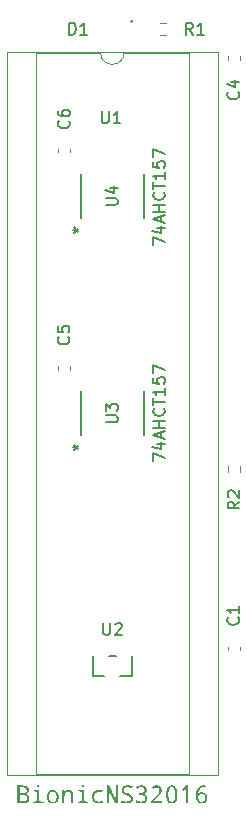
<source format=gbr>
G04 #@! TF.GenerationSoftware,KiCad,Pcbnew,9.0.6-9.0.6~ubuntu25.10.1*
G04 #@! TF.CreationDate,2025-12-24T18:24:09+09:00*
G04 #@! TF.ProjectId,bionic-ns32016,62696f6e-6963-42d6-9e73-33323031362e,2*
G04 #@! TF.SameCoordinates,Original*
G04 #@! TF.FileFunction,Legend,Top*
G04 #@! TF.FilePolarity,Positive*
%FSLAX46Y46*%
G04 Gerber Fmt 4.6, Leading zero omitted, Abs format (unit mm)*
G04 Created by KiCad (PCBNEW 9.0.6-9.0.6~ubuntu25.10.1) date 2025-12-24 18:24:09*
%MOMM*%
%LPD*%
G01*
G04 APERTURE LIST*
%ADD10C,0.150000*%
%ADD11C,0.152400*%
%ADD12C,0.120000*%
G04 APERTURE END LIST*
D10*
X117141819Y-90073428D02*
X117141819Y-89406762D01*
X117141819Y-89406762D02*
X118141819Y-89835333D01*
X117475152Y-88597238D02*
X118141819Y-88597238D01*
X117094200Y-88835333D02*
X117808485Y-89073428D01*
X117808485Y-89073428D02*
X117808485Y-88454381D01*
X117856104Y-88121047D02*
X117856104Y-87644857D01*
X118141819Y-88216285D02*
X117141819Y-87882952D01*
X117141819Y-87882952D02*
X118141819Y-87549619D01*
X118141819Y-87216285D02*
X117141819Y-87216285D01*
X117618009Y-87216285D02*
X117618009Y-86644857D01*
X118141819Y-86644857D02*
X117141819Y-86644857D01*
X118046580Y-85597238D02*
X118094200Y-85644857D01*
X118094200Y-85644857D02*
X118141819Y-85787714D01*
X118141819Y-85787714D02*
X118141819Y-85882952D01*
X118141819Y-85882952D02*
X118094200Y-86025809D01*
X118094200Y-86025809D02*
X117998961Y-86121047D01*
X117998961Y-86121047D02*
X117903723Y-86168666D01*
X117903723Y-86168666D02*
X117713247Y-86216285D01*
X117713247Y-86216285D02*
X117570390Y-86216285D01*
X117570390Y-86216285D02*
X117379914Y-86168666D01*
X117379914Y-86168666D02*
X117284676Y-86121047D01*
X117284676Y-86121047D02*
X117189438Y-86025809D01*
X117189438Y-86025809D02*
X117141819Y-85882952D01*
X117141819Y-85882952D02*
X117141819Y-85787714D01*
X117141819Y-85787714D02*
X117189438Y-85644857D01*
X117189438Y-85644857D02*
X117237057Y-85597238D01*
X117141819Y-85311523D02*
X117141819Y-84740095D01*
X118141819Y-85025809D02*
X117141819Y-85025809D01*
X118141819Y-83882952D02*
X118141819Y-84454380D01*
X118141819Y-84168666D02*
X117141819Y-84168666D01*
X117141819Y-84168666D02*
X117284676Y-84263904D01*
X117284676Y-84263904D02*
X117379914Y-84359142D01*
X117379914Y-84359142D02*
X117427533Y-84454380D01*
X117141819Y-82978190D02*
X117141819Y-83454380D01*
X117141819Y-83454380D02*
X117618009Y-83501999D01*
X117618009Y-83501999D02*
X117570390Y-83454380D01*
X117570390Y-83454380D02*
X117522771Y-83359142D01*
X117522771Y-83359142D02*
X117522771Y-83121047D01*
X117522771Y-83121047D02*
X117570390Y-83025809D01*
X117570390Y-83025809D02*
X117618009Y-82978190D01*
X117618009Y-82978190D02*
X117713247Y-82930571D01*
X117713247Y-82930571D02*
X117951342Y-82930571D01*
X117951342Y-82930571D02*
X118046580Y-82978190D01*
X118046580Y-82978190D02*
X118094200Y-83025809D01*
X118094200Y-83025809D02*
X118141819Y-83121047D01*
X118141819Y-83121047D02*
X118141819Y-83359142D01*
X118141819Y-83359142D02*
X118094200Y-83454380D01*
X118094200Y-83454380D02*
X118046580Y-83501999D01*
X117141819Y-82597237D02*
X117141819Y-81930571D01*
X117141819Y-81930571D02*
X118141819Y-82359142D01*
G36*
X106252544Y-135815457D02*
G01*
X106364956Y-135834466D01*
X106450348Y-135862597D01*
X106514131Y-135897948D01*
X106567796Y-135947479D01*
X106606862Y-136010040D01*
X106631725Y-136088479D01*
X106640710Y-136187009D01*
X106631363Y-136271161D01*
X106604504Y-136342904D01*
X106560202Y-136404996D01*
X106501731Y-136454433D01*
X106430141Y-136489661D01*
X106342490Y-136510417D01*
X106342490Y-136520675D01*
X106454751Y-136548784D01*
X106539204Y-136589258D01*
X106601537Y-136640606D01*
X106645589Y-136703217D01*
X106672934Y-136779317D01*
X106682659Y-136872660D01*
X106673804Y-136972821D01*
X106648662Y-137057779D01*
X106608233Y-137130416D01*
X106551958Y-137192770D01*
X106483860Y-137241834D01*
X106403500Y-137277992D01*
X106308522Y-137300873D01*
X106195944Y-137309000D01*
X105655923Y-137309000D01*
X105655923Y-137146059D01*
X105847532Y-137146059D01*
X106162147Y-137146059D01*
X106268212Y-137136623D01*
X106346783Y-137111330D01*
X106404375Y-137072864D01*
X106445356Y-137021184D01*
X106471319Y-136953543D01*
X106480792Y-136864966D01*
X106471492Y-136785042D01*
X106445711Y-136723095D01*
X106404251Y-136674812D01*
X106344728Y-136638129D01*
X106261988Y-136613619D01*
X106148775Y-136604389D01*
X105847532Y-136604389D01*
X105847532Y-137146059D01*
X105655923Y-137146059D01*
X105655923Y-136441449D01*
X105847532Y-136441449D01*
X106138608Y-136441449D01*
X106244351Y-136433885D01*
X106319524Y-136414152D01*
X106371707Y-136385395D01*
X106410679Y-136342617D01*
X106435677Y-136282721D01*
X106444980Y-136199740D01*
X106435272Y-136122208D01*
X106408830Y-136065528D01*
X106366578Y-136024343D01*
X106311338Y-135997316D01*
X106231206Y-135978544D01*
X106118092Y-135971312D01*
X105847532Y-135971312D01*
X105847532Y-136441449D01*
X105655923Y-136441449D01*
X105655923Y-135808371D01*
X106106826Y-135808371D01*
X106252544Y-135815457D01*
G37*
G36*
X107425096Y-135720444D02*
G01*
X107473789Y-135728164D01*
X107505925Y-135748934D01*
X107526053Y-135783356D01*
X107533723Y-135837131D01*
X107524959Y-135890834D01*
X107501391Y-135925791D01*
X107466265Y-135947610D01*
X107425096Y-135954917D01*
X107375952Y-135947125D01*
X107343519Y-135926160D01*
X107323204Y-135891414D01*
X107315462Y-135837131D01*
X107323171Y-135783450D01*
X107343434Y-135749022D01*
X107375861Y-135728197D01*
X107425096Y-135720444D01*
G37*
G36*
X107330757Y-136330074D02*
G01*
X107055160Y-136308733D01*
X107055160Y-136183528D01*
X107517328Y-136183528D01*
X107517328Y-137162454D01*
X107878014Y-137182970D01*
X107878014Y-137309000D01*
X106978315Y-137309000D01*
X106978315Y-137182970D01*
X107330757Y-137162454D01*
X107330757Y-136330074D01*
G37*
G36*
X108775192Y-136176277D02*
G01*
X108870763Y-136206147D01*
X108955880Y-136255195D01*
X109032336Y-136324853D01*
X109092917Y-136407833D01*
X109137182Y-136504095D01*
X109164960Y-136616141D01*
X109174760Y-136747180D01*
X109164939Y-136882802D01*
X109137297Y-136997135D01*
X109093620Y-137093797D01*
X109034351Y-137175643D01*
X108959109Y-137243704D01*
X108873259Y-137292164D01*
X108774695Y-137322017D01*
X108660385Y-137332447D01*
X108552820Y-137322132D01*
X108457816Y-137292256D01*
X108372801Y-137243080D01*
X108296036Y-137173078D01*
X108235339Y-137089790D01*
X108190924Y-136992879D01*
X108163012Y-136879773D01*
X108153153Y-136747180D01*
X108345769Y-136747180D01*
X108354403Y-136877261D01*
X108377592Y-136976317D01*
X108412311Y-137050785D01*
X108457141Y-137105793D01*
X108512453Y-137144774D01*
X108580359Y-137169071D01*
X108664415Y-137177750D01*
X108748139Y-137169085D01*
X108815801Y-137144823D01*
X108870938Y-137105883D01*
X108915648Y-137050903D01*
X108950290Y-136976437D01*
X108973434Y-136877345D01*
X108982053Y-136747180D01*
X108973441Y-136618648D01*
X108950292Y-136520660D01*
X108915592Y-136446879D01*
X108870708Y-136392274D01*
X108815223Y-136353502D01*
X108746982Y-136329296D01*
X108662400Y-136320640D01*
X108578813Y-136329252D01*
X108511307Y-136353355D01*
X108456345Y-136392008D01*
X108411820Y-136446529D01*
X108377352Y-136520303D01*
X108354337Y-136618397D01*
X108345769Y-136747180D01*
X108153153Y-136747180D01*
X108162871Y-136612482D01*
X108190217Y-136498945D01*
X108233414Y-136402976D01*
X108292006Y-136321739D01*
X108366471Y-136254305D01*
X108452084Y-136206143D01*
X108551047Y-136176374D01*
X108666521Y-136165943D01*
X108775192Y-136176277D01*
G37*
G36*
X110202962Y-137309000D02*
G01*
X110202962Y-136586346D01*
X110194926Y-136498643D01*
X110173314Y-136433369D01*
X110140260Y-136385213D01*
X110095536Y-136350699D01*
X110036607Y-136328698D01*
X109959055Y-136320640D01*
X109875190Y-136329032D01*
X109807751Y-136352444D01*
X109753160Y-136389790D01*
X109709213Y-136442128D01*
X109675382Y-136512509D01*
X109652885Y-136605616D01*
X109644531Y-136727396D01*
X109644531Y-137309000D01*
X109458051Y-137309000D01*
X109458051Y-136183528D01*
X109608719Y-136183528D01*
X109636379Y-136338043D01*
X109646637Y-136338043D01*
X109693414Y-136276877D01*
X109749571Y-136229730D01*
X109816326Y-136195326D01*
X109895798Y-136173647D01*
X109990837Y-136165943D01*
X110103001Y-136175451D01*
X110191122Y-136201533D01*
X110260244Y-136241986D01*
X110313950Y-136296727D01*
X110353969Y-136367794D01*
X110379937Y-136459075D01*
X110389441Y-136575905D01*
X110389441Y-137309000D01*
X110202962Y-137309000D01*
G37*
G36*
X111201579Y-135720444D02*
G01*
X111250272Y-135728164D01*
X111282407Y-135748934D01*
X111302536Y-135783356D01*
X111310206Y-135837131D01*
X111301442Y-135890834D01*
X111277874Y-135925791D01*
X111242748Y-135947610D01*
X111201579Y-135954917D01*
X111152435Y-135947125D01*
X111120002Y-135926160D01*
X111099687Y-135891414D01*
X111091944Y-135837131D01*
X111099654Y-135783450D01*
X111119917Y-135749022D01*
X111152344Y-135728197D01*
X111201579Y-135720444D01*
G37*
G36*
X111107240Y-136330074D02*
G01*
X110831643Y-136308733D01*
X110831643Y-136183528D01*
X111293811Y-136183528D01*
X111293811Y-137162454D01*
X111654497Y-137182970D01*
X111654497Y-137309000D01*
X110754798Y-137309000D01*
X110754798Y-137182970D01*
X111107240Y-137162454D01*
X111107240Y-136330074D01*
G37*
G36*
X112898945Y-136226393D02*
G01*
X112835380Y-136388326D01*
X112731319Y-136353863D01*
X112640434Y-136334814D01*
X112560790Y-136328883D01*
X112455804Y-136338324D01*
X112372653Y-136364370D01*
X112306713Y-136405156D01*
X112254834Y-136461024D01*
X112215720Y-136534462D01*
X112190110Y-136629795D01*
X112180687Y-136752767D01*
X112189901Y-136873939D01*
X112214926Y-136967783D01*
X112253104Y-137039979D01*
X112303666Y-137094813D01*
X112367829Y-137134781D01*
X112448625Y-137160273D01*
X112550532Y-137169506D01*
X112656714Y-137162681D01*
X112766055Y-137141800D01*
X112879436Y-137105942D01*
X112879436Y-137269890D01*
X112785837Y-137303337D01*
X112674532Y-137324782D01*
X112542289Y-137332447D01*
X112411475Y-137322056D01*
X112302167Y-137292847D01*
X112210463Y-137246577D01*
X112133427Y-137183337D01*
X112072394Y-137104913D01*
X112027177Y-137009874D01*
X111998323Y-136894809D01*
X111987980Y-136755331D01*
X111994872Y-136637618D01*
X112014279Y-136537257D01*
X112044759Y-136451678D01*
X112085536Y-136378699D01*
X112136541Y-136316610D01*
X112215072Y-136252806D01*
X112308746Y-136206038D01*
X112420603Y-136176471D01*
X112554654Y-136165943D01*
X112675103Y-136172792D01*
X112789564Y-136193012D01*
X112898945Y-136226393D01*
G37*
G36*
X114189554Y-137309000D02*
G01*
X113969186Y-137309000D01*
X113374943Y-136066567D01*
X113366700Y-136066567D01*
X113381311Y-136333309D01*
X113385202Y-136494755D01*
X113385202Y-137309000D01*
X113208889Y-137309000D01*
X113208889Y-135808371D01*
X113427150Y-135808371D01*
X114019470Y-137044668D01*
X114025606Y-137044668D01*
X114011227Y-136629852D01*
X114011227Y-135808371D01*
X114189554Y-135808371D01*
X114189554Y-137309000D01*
G37*
G36*
X114473853Y-137262654D02*
G01*
X114473853Y-137081304D01*
X114620002Y-137131100D01*
X114760994Y-137160048D01*
X114898103Y-137169506D01*
X115023473Y-137160207D01*
X115113825Y-137135741D01*
X115177564Y-137099716D01*
X115220948Y-137053309D01*
X115247366Y-136995051D01*
X115256774Y-136921111D01*
X115248200Y-136853453D01*
X115224079Y-136799863D01*
X115184508Y-136756980D01*
X115132124Y-136722959D01*
X115039916Y-136678322D01*
X114891966Y-136620601D01*
X114753219Y-136562435D01*
X114654043Y-136502538D01*
X114586052Y-136441632D01*
X114546383Y-136387198D01*
X114517593Y-136325035D01*
X114499652Y-136253704D01*
X114493362Y-136171347D01*
X114502053Y-136084718D01*
X114526910Y-136010849D01*
X114567446Y-135947105D01*
X114624978Y-135891811D01*
X114692595Y-135849753D01*
X114773562Y-135818219D01*
X114870417Y-135798015D01*
X114986213Y-135790786D01*
X115141033Y-135800058D01*
X115282519Y-135826990D01*
X115412478Y-135870745D01*
X115346899Y-136038723D01*
X115213153Y-135992989D01*
X115090782Y-135967104D01*
X114978062Y-135958856D01*
X114873752Y-135966778D01*
X114798320Y-135987667D01*
X114744848Y-136018550D01*
X114708243Y-136058543D01*
X114685833Y-136109025D01*
X114677826Y-136173362D01*
X114685701Y-136240205D01*
X114708115Y-136295402D01*
X114744963Y-136341615D01*
X114794463Y-136378369D01*
X114881758Y-136423376D01*
X115022117Y-136477994D01*
X115188637Y-136547016D01*
X115295445Y-136608944D01*
X115358714Y-136664198D01*
X115404800Y-136732456D01*
X115433228Y-136813529D01*
X115443253Y-136910853D01*
X115433848Y-137006621D01*
X115406967Y-137088358D01*
X115363207Y-137158919D01*
X115301287Y-137220156D01*
X115228396Y-137266536D01*
X115139207Y-137301601D01*
X115030429Y-137324271D01*
X114898103Y-137332447D01*
X114716924Y-137323285D01*
X114578277Y-137298794D01*
X114473853Y-137262654D01*
G37*
G36*
X116299355Y-136523148D02*
G01*
X116299355Y-136529285D01*
X116422753Y-136555752D01*
X116514829Y-136595943D01*
X116582237Y-136647861D01*
X116629575Y-136711652D01*
X116658869Y-136789594D01*
X116669291Y-136885757D01*
X116659823Y-136987463D01*
X116632838Y-137074113D01*
X116589167Y-137148658D01*
X116527874Y-137213104D01*
X116454804Y-137262415D01*
X116364782Y-137299650D01*
X116254285Y-137323741D01*
X116119012Y-137332447D01*
X115992468Y-137326554D01*
X115886051Y-137310127D01*
X115796910Y-137284733D01*
X115722514Y-137251480D01*
X115722514Y-137077274D01*
X115850938Y-137131149D01*
X115981256Y-137163008D01*
X116114982Y-137173628D01*
X116237879Y-137163373D01*
X116328015Y-137136073D01*
X116393180Y-137095044D01*
X116438829Y-137040746D01*
X116467359Y-136970710D01*
X116477682Y-136879987D01*
X116467611Y-136802549D01*
X116439231Y-136741280D01*
X116392378Y-136692207D01*
X116323142Y-136653909D01*
X116224529Y-136627800D01*
X116087230Y-136617853D01*
X115950942Y-136617853D01*
X115950942Y-136459034D01*
X116087230Y-136459034D01*
X116193925Y-136449315D01*
X116276881Y-136422696D01*
X116341303Y-136381274D01*
X116391207Y-136324206D01*
X116421105Y-136256757D01*
X116431521Y-136175652D01*
X116423338Y-136109272D01*
X116400104Y-136055185D01*
X116361820Y-136010513D01*
X116312168Y-135977641D01*
X116251037Y-135956998D01*
X116175340Y-135949605D01*
X116086754Y-135956977D01*
X115999176Y-135979254D01*
X115911530Y-136017250D01*
X115822898Y-136072520D01*
X115728651Y-135944476D01*
X115828417Y-135877239D01*
X115935063Y-135829576D01*
X116050071Y-135800666D01*
X116175340Y-135790786D01*
X116281373Y-135798021D01*
X116369728Y-135818248D01*
X116443398Y-135849921D01*
X116504793Y-135892452D01*
X116556367Y-135947262D01*
X116592895Y-136009607D01*
X116615313Y-136080993D01*
X116623129Y-136163653D01*
X116613348Y-136254988D01*
X116585253Y-136333140D01*
X116539048Y-136400966D01*
X116477436Y-136455365D01*
X116398821Y-136496300D01*
X116299355Y-136523148D01*
G37*
G36*
X117942407Y-137309000D02*
G01*
X117009002Y-137309000D01*
X117009002Y-137149173D01*
X117367581Y-136759178D01*
X117546996Y-136551926D01*
X117630906Y-136434213D01*
X117666127Y-136360701D01*
X117687287Y-136282492D01*
X117694470Y-136198275D01*
X117686612Y-136124125D01*
X117664629Y-136064566D01*
X117629349Y-136016375D01*
X117582191Y-135979987D01*
X117524637Y-135957563D01*
X117453677Y-135949605D01*
X117375351Y-135957577D01*
X117295830Y-135982081D01*
X117213709Y-136024897D01*
X117127796Y-136088915D01*
X117023290Y-135967007D01*
X117127205Y-135887929D01*
X117232919Y-135833564D01*
X117341808Y-135801506D01*
X117455692Y-135790786D01*
X117554630Y-135798319D01*
X117638194Y-135819570D01*
X117709063Y-135853289D01*
X117769300Y-135899321D01*
X117818713Y-135957050D01*
X117854245Y-136023643D01*
X117876313Y-136100838D01*
X117884063Y-136191039D01*
X117877652Y-136271031D01*
X117857908Y-136353951D01*
X117823613Y-136440808D01*
X117775212Y-136523454D01*
X117681926Y-136646910D01*
X117525393Y-136824666D01*
X117237430Y-137130763D01*
X117237430Y-137138915D01*
X117942407Y-137138915D01*
X117942407Y-137309000D01*
G37*
G36*
X118825703Y-135793305D02*
G01*
X118905946Y-135817327D01*
X118976134Y-135856359D01*
X119037934Y-135911188D01*
X119092149Y-135983952D01*
X119141160Y-136083687D01*
X119179282Y-136209014D01*
X119204424Y-136365171D01*
X119213599Y-136558136D01*
X119204920Y-136752262D01*
X119181230Y-136907894D01*
X119145526Y-137031298D01*
X119100013Y-137128005D01*
X119045959Y-137202677D01*
X118983584Y-137258909D01*
X118912022Y-137299001D01*
X118829399Y-137323767D01*
X118733021Y-137332447D01*
X118641714Y-137324110D01*
X118562466Y-137300181D01*
X118492946Y-137261231D01*
X118431534Y-137206406D01*
X118377464Y-137133511D01*
X118328714Y-137033781D01*
X118290761Y-136908291D01*
X118265711Y-136751752D01*
X118256564Y-136558136D01*
X118256584Y-136557678D01*
X118446066Y-136557678D01*
X118451732Y-136730171D01*
X118466786Y-136861334D01*
X118488639Y-136958828D01*
X118515217Y-137029464D01*
X118556378Y-137094478D01*
X118605362Y-137138322D01*
X118663287Y-137164512D01*
X118733021Y-137173628D01*
X118803757Y-137164461D01*
X118862582Y-137138130D01*
X118912381Y-137094097D01*
X118954305Y-137028914D01*
X118981534Y-136957975D01*
X119003872Y-136860405D01*
X119019236Y-136729491D01*
X119025013Y-136557678D01*
X119019248Y-136387011D01*
X119003902Y-136256729D01*
X118981567Y-136159410D01*
X118954305Y-136088457D01*
X118912381Y-136023274D01*
X118862582Y-135979241D01*
X118803757Y-135952910D01*
X118733021Y-135943743D01*
X118663255Y-135952839D01*
X118605322Y-135978963D01*
X118556351Y-136022673D01*
X118515217Y-136087449D01*
X118488639Y-136157827D01*
X118466787Y-136254984D01*
X118451733Y-136385717D01*
X118446066Y-136557678D01*
X118256584Y-136557678D01*
X118265195Y-136364007D01*
X118288749Y-136208443D01*
X118324233Y-136085164D01*
X118369439Y-135988624D01*
X118423090Y-135914146D01*
X118484946Y-135858112D01*
X118555852Y-135818196D01*
X118637654Y-135793557D01*
X118733021Y-135784924D01*
X118825703Y-135793305D01*
G37*
G36*
X120141417Y-137309000D02*
G01*
X119961074Y-137309000D01*
X119961074Y-136372114D01*
X119969317Y-136001629D01*
X119845303Y-136117766D01*
X119694636Y-136242147D01*
X119595259Y-136115751D01*
X119987727Y-135808371D01*
X120141417Y-135808371D01*
X120141417Y-137309000D01*
G37*
G36*
X121537952Y-135796176D02*
G01*
X121612369Y-135810295D01*
X121612369Y-135969114D01*
X121536344Y-135954816D01*
X121442285Y-135949605D01*
X121328946Y-135959584D01*
X121236205Y-135987483D01*
X121159989Y-136031666D01*
X121097444Y-136092487D01*
X121050795Y-136165433D01*
X121012990Y-136261424D01*
X120985773Y-136385909D01*
X120971965Y-136545313D01*
X120984238Y-136545313D01*
X121028230Y-136482310D01*
X121080370Y-136434499D01*
X121141529Y-136400107D01*
X121213505Y-136378673D01*
X121298853Y-136371107D01*
X121397472Y-136379478D01*
X121480753Y-136403170D01*
X121551544Y-136441068D01*
X121611911Y-136493473D01*
X121659840Y-136557541D01*
X121695028Y-136633010D01*
X121717238Y-136722084D01*
X121725118Y-136827597D01*
X121716501Y-136944557D01*
X121692233Y-137043170D01*
X121653844Y-137126583D01*
X121601653Y-137197258D01*
X121535639Y-137255698D01*
X121459814Y-137297512D01*
X121372241Y-137323382D01*
X121270185Y-137332447D01*
X121182623Y-137325221D01*
X121104743Y-137304334D01*
X121034808Y-137270257D01*
X120971512Y-137222493D01*
X120914079Y-137159614D01*
X120859315Y-137071058D01*
X120817853Y-136962832D01*
X120791034Y-136831008D01*
X120788599Y-136790686D01*
X120967843Y-136790686D01*
X120977458Y-136892001D01*
X121005236Y-136981028D01*
X121050824Y-137060238D01*
X121096677Y-137110836D01*
X121147350Y-137145632D01*
X121203883Y-137166471D01*
X121268078Y-137173628D01*
X121350545Y-137163038D01*
X121417088Y-137132997D01*
X121471502Y-137083319D01*
X121510304Y-137019046D01*
X121535511Y-136935313D01*
X121544775Y-136826681D01*
X121535946Y-136729745D01*
X121511861Y-136655074D01*
X121474525Y-136597703D01*
X121422785Y-136554246D01*
X121357401Y-136527313D01*
X121274215Y-136517653D01*
X121190762Y-136527220D01*
X121118896Y-136554870D01*
X121055954Y-136600817D01*
X121005905Y-136660592D01*
X120977327Y-136723205D01*
X120967843Y-136790686D01*
X120788599Y-136790686D01*
X120781364Y-136670885D01*
X120790260Y-136477666D01*
X120814914Y-136317541D01*
X120852748Y-136185649D01*
X120901897Y-136077688D01*
X120961307Y-135990006D01*
X121030805Y-135919743D01*
X121111115Y-135864981D01*
X121203808Y-135824865D01*
X121311188Y-135799669D01*
X121436148Y-135790786D01*
X121537952Y-135796176D01*
G37*
X117141819Y-108361428D02*
X117141819Y-107694762D01*
X117141819Y-107694762D02*
X118141819Y-108123333D01*
X117475152Y-106885238D02*
X118141819Y-106885238D01*
X117094200Y-107123333D02*
X117808485Y-107361428D01*
X117808485Y-107361428D02*
X117808485Y-106742381D01*
X117856104Y-106409047D02*
X117856104Y-105932857D01*
X118141819Y-106504285D02*
X117141819Y-106170952D01*
X117141819Y-106170952D02*
X118141819Y-105837619D01*
X118141819Y-105504285D02*
X117141819Y-105504285D01*
X117618009Y-105504285D02*
X117618009Y-104932857D01*
X118141819Y-104932857D02*
X117141819Y-104932857D01*
X118046580Y-103885238D02*
X118094200Y-103932857D01*
X118094200Y-103932857D02*
X118141819Y-104075714D01*
X118141819Y-104075714D02*
X118141819Y-104170952D01*
X118141819Y-104170952D02*
X118094200Y-104313809D01*
X118094200Y-104313809D02*
X117998961Y-104409047D01*
X117998961Y-104409047D02*
X117903723Y-104456666D01*
X117903723Y-104456666D02*
X117713247Y-104504285D01*
X117713247Y-104504285D02*
X117570390Y-104504285D01*
X117570390Y-104504285D02*
X117379914Y-104456666D01*
X117379914Y-104456666D02*
X117284676Y-104409047D01*
X117284676Y-104409047D02*
X117189438Y-104313809D01*
X117189438Y-104313809D02*
X117141819Y-104170952D01*
X117141819Y-104170952D02*
X117141819Y-104075714D01*
X117141819Y-104075714D02*
X117189438Y-103932857D01*
X117189438Y-103932857D02*
X117237057Y-103885238D01*
X117141819Y-103599523D02*
X117141819Y-103028095D01*
X118141819Y-103313809D02*
X117141819Y-103313809D01*
X118141819Y-102170952D02*
X118141819Y-102742380D01*
X118141819Y-102456666D02*
X117141819Y-102456666D01*
X117141819Y-102456666D02*
X117284676Y-102551904D01*
X117284676Y-102551904D02*
X117379914Y-102647142D01*
X117379914Y-102647142D02*
X117427533Y-102742380D01*
X117141819Y-101266190D02*
X117141819Y-101742380D01*
X117141819Y-101742380D02*
X117618009Y-101789999D01*
X117618009Y-101789999D02*
X117570390Y-101742380D01*
X117570390Y-101742380D02*
X117522771Y-101647142D01*
X117522771Y-101647142D02*
X117522771Y-101409047D01*
X117522771Y-101409047D02*
X117570390Y-101313809D01*
X117570390Y-101313809D02*
X117618009Y-101266190D01*
X117618009Y-101266190D02*
X117713247Y-101218571D01*
X117713247Y-101218571D02*
X117951342Y-101218571D01*
X117951342Y-101218571D02*
X118046580Y-101266190D01*
X118046580Y-101266190D02*
X118094200Y-101313809D01*
X118094200Y-101313809D02*
X118141819Y-101409047D01*
X118141819Y-101409047D02*
X118141819Y-101647142D01*
X118141819Y-101647142D02*
X118094200Y-101742380D01*
X118094200Y-101742380D02*
X118046580Y-101789999D01*
X117141819Y-100885237D02*
X117141819Y-100218571D01*
X117141819Y-100218571D02*
X118141819Y-100647142D01*
X113154819Y-105051904D02*
X113964342Y-105051904D01*
X113964342Y-105051904D02*
X114059580Y-105004285D01*
X114059580Y-105004285D02*
X114107200Y-104956666D01*
X114107200Y-104956666D02*
X114154819Y-104861428D01*
X114154819Y-104861428D02*
X114154819Y-104670952D01*
X114154819Y-104670952D02*
X114107200Y-104575714D01*
X114107200Y-104575714D02*
X114059580Y-104528095D01*
X114059580Y-104528095D02*
X113964342Y-104480476D01*
X113964342Y-104480476D02*
X113154819Y-104480476D01*
X113154819Y-104099523D02*
X113154819Y-103480476D01*
X113154819Y-103480476D02*
X113535771Y-103813809D01*
X113535771Y-103813809D02*
X113535771Y-103670952D01*
X113535771Y-103670952D02*
X113583390Y-103575714D01*
X113583390Y-103575714D02*
X113631009Y-103528095D01*
X113631009Y-103528095D02*
X113726247Y-103480476D01*
X113726247Y-103480476D02*
X113964342Y-103480476D01*
X113964342Y-103480476D02*
X114059580Y-103528095D01*
X114059580Y-103528095D02*
X114107200Y-103575714D01*
X114107200Y-103575714D02*
X114154819Y-103670952D01*
X114154819Y-103670952D02*
X114154819Y-103956666D01*
X114154819Y-103956666D02*
X114107200Y-104051904D01*
X114107200Y-104051904D02*
X114059580Y-104099523D01*
X110354819Y-107189999D02*
X110592914Y-107189999D01*
X110497676Y-107428094D02*
X110592914Y-107189999D01*
X110592914Y-107189999D02*
X110497676Y-106951904D01*
X110783390Y-107332856D02*
X110592914Y-107189999D01*
X110592914Y-107189999D02*
X110783390Y-107047142D01*
X113154819Y-86662304D02*
X113964342Y-86662304D01*
X113964342Y-86662304D02*
X114059580Y-86614685D01*
X114059580Y-86614685D02*
X114107200Y-86567066D01*
X114107200Y-86567066D02*
X114154819Y-86471828D01*
X114154819Y-86471828D02*
X114154819Y-86281352D01*
X114154819Y-86281352D02*
X114107200Y-86186114D01*
X114107200Y-86186114D02*
X114059580Y-86138495D01*
X114059580Y-86138495D02*
X113964342Y-86090876D01*
X113964342Y-86090876D02*
X113154819Y-86090876D01*
X113488152Y-85186114D02*
X114154819Y-85186114D01*
X113107200Y-85424209D02*
X113821485Y-85662304D01*
X113821485Y-85662304D02*
X113821485Y-85043257D01*
X110354819Y-88800399D02*
X110592914Y-88800399D01*
X110497676Y-89038494D02*
X110592914Y-88800399D01*
X110592914Y-88800399D02*
X110497676Y-88562304D01*
X110783390Y-88943256D02*
X110592914Y-88800399D01*
X110592914Y-88800399D02*
X110783390Y-88657542D01*
X110040905Y-72232819D02*
X110040905Y-71232819D01*
X110040905Y-71232819D02*
X110279000Y-71232819D01*
X110279000Y-71232819D02*
X110421857Y-71280438D01*
X110421857Y-71280438D02*
X110517095Y-71375676D01*
X110517095Y-71375676D02*
X110564714Y-71470914D01*
X110564714Y-71470914D02*
X110612333Y-71661390D01*
X110612333Y-71661390D02*
X110612333Y-71804247D01*
X110612333Y-71804247D02*
X110564714Y-71994723D01*
X110564714Y-71994723D02*
X110517095Y-72089961D01*
X110517095Y-72089961D02*
X110421857Y-72185200D01*
X110421857Y-72185200D02*
X110279000Y-72232819D01*
X110279000Y-72232819D02*
X110040905Y-72232819D01*
X111564714Y-72232819D02*
X110993286Y-72232819D01*
X111279000Y-72232819D02*
X111279000Y-71232819D01*
X111279000Y-71232819D02*
X111183762Y-71375676D01*
X111183762Y-71375676D02*
X111088524Y-71470914D01*
X111088524Y-71470914D02*
X110993286Y-71518533D01*
X124346580Y-121577366D02*
X124394200Y-121624985D01*
X124394200Y-121624985D02*
X124441819Y-121767842D01*
X124441819Y-121767842D02*
X124441819Y-121863080D01*
X124441819Y-121863080D02*
X124394200Y-122005937D01*
X124394200Y-122005937D02*
X124298961Y-122101175D01*
X124298961Y-122101175D02*
X124203723Y-122148794D01*
X124203723Y-122148794D02*
X124013247Y-122196413D01*
X124013247Y-122196413D02*
X123870390Y-122196413D01*
X123870390Y-122196413D02*
X123679914Y-122148794D01*
X123679914Y-122148794D02*
X123584676Y-122101175D01*
X123584676Y-122101175D02*
X123489438Y-122005937D01*
X123489438Y-122005937D02*
X123441819Y-121863080D01*
X123441819Y-121863080D02*
X123441819Y-121767842D01*
X123441819Y-121767842D02*
X123489438Y-121624985D01*
X123489438Y-121624985D02*
X123537057Y-121577366D01*
X124441819Y-120624985D02*
X124441819Y-121196413D01*
X124441819Y-120910699D02*
X123441819Y-120910699D01*
X123441819Y-120910699D02*
X123584676Y-121005937D01*
X123584676Y-121005937D02*
X123679914Y-121101175D01*
X123679914Y-121101175D02*
X123727533Y-121196413D01*
X124467219Y-111784566D02*
X123991028Y-112117899D01*
X124467219Y-112355994D02*
X123467219Y-112355994D01*
X123467219Y-112355994D02*
X123467219Y-111975042D01*
X123467219Y-111975042D02*
X123514838Y-111879804D01*
X123514838Y-111879804D02*
X123562457Y-111832185D01*
X123562457Y-111832185D02*
X123657695Y-111784566D01*
X123657695Y-111784566D02*
X123800552Y-111784566D01*
X123800552Y-111784566D02*
X123895790Y-111832185D01*
X123895790Y-111832185D02*
X123943409Y-111879804D01*
X123943409Y-111879804D02*
X123991028Y-111975042D01*
X123991028Y-111975042D02*
X123991028Y-112355994D01*
X123562457Y-111403613D02*
X123514838Y-111355994D01*
X123514838Y-111355994D02*
X123467219Y-111260756D01*
X123467219Y-111260756D02*
X123467219Y-111022661D01*
X123467219Y-111022661D02*
X123514838Y-110927423D01*
X123514838Y-110927423D02*
X123562457Y-110879804D01*
X123562457Y-110879804D02*
X123657695Y-110832185D01*
X123657695Y-110832185D02*
X123752933Y-110832185D01*
X123752933Y-110832185D02*
X123895790Y-110879804D01*
X123895790Y-110879804D02*
X124467219Y-111451232D01*
X124467219Y-111451232D02*
X124467219Y-110832185D01*
X112811095Y-78725819D02*
X112811095Y-79535342D01*
X112811095Y-79535342D02*
X112858714Y-79630580D01*
X112858714Y-79630580D02*
X112906333Y-79678200D01*
X112906333Y-79678200D02*
X113001571Y-79725819D01*
X113001571Y-79725819D02*
X113192047Y-79725819D01*
X113192047Y-79725819D02*
X113287285Y-79678200D01*
X113287285Y-79678200D02*
X113334904Y-79630580D01*
X113334904Y-79630580D02*
X113382523Y-79535342D01*
X113382523Y-79535342D02*
X113382523Y-78725819D01*
X114382523Y-79725819D02*
X113811095Y-79725819D01*
X114096809Y-79725819D02*
X114096809Y-78725819D01*
X114096809Y-78725819D02*
X114001571Y-78868676D01*
X114001571Y-78868676D02*
X113906333Y-78963914D01*
X113906333Y-78963914D02*
X113811095Y-79011533D01*
X109995580Y-79534666D02*
X110043200Y-79582285D01*
X110043200Y-79582285D02*
X110090819Y-79725142D01*
X110090819Y-79725142D02*
X110090819Y-79820380D01*
X110090819Y-79820380D02*
X110043200Y-79963237D01*
X110043200Y-79963237D02*
X109947961Y-80058475D01*
X109947961Y-80058475D02*
X109852723Y-80106094D01*
X109852723Y-80106094D02*
X109662247Y-80153713D01*
X109662247Y-80153713D02*
X109519390Y-80153713D01*
X109519390Y-80153713D02*
X109328914Y-80106094D01*
X109328914Y-80106094D02*
X109233676Y-80058475D01*
X109233676Y-80058475D02*
X109138438Y-79963237D01*
X109138438Y-79963237D02*
X109090819Y-79820380D01*
X109090819Y-79820380D02*
X109090819Y-79725142D01*
X109090819Y-79725142D02*
X109138438Y-79582285D01*
X109138438Y-79582285D02*
X109186057Y-79534666D01*
X109090819Y-78677523D02*
X109090819Y-78867999D01*
X109090819Y-78867999D02*
X109138438Y-78963237D01*
X109138438Y-78963237D02*
X109186057Y-79010856D01*
X109186057Y-79010856D02*
X109328914Y-79106094D01*
X109328914Y-79106094D02*
X109519390Y-79153713D01*
X109519390Y-79153713D02*
X109900342Y-79153713D01*
X109900342Y-79153713D02*
X109995580Y-79106094D01*
X109995580Y-79106094D02*
X110043200Y-79058475D01*
X110043200Y-79058475D02*
X110090819Y-78963237D01*
X110090819Y-78963237D02*
X110090819Y-78772761D01*
X110090819Y-78772761D02*
X110043200Y-78677523D01*
X110043200Y-78677523D02*
X109995580Y-78629904D01*
X109995580Y-78629904D02*
X109900342Y-78582285D01*
X109900342Y-78582285D02*
X109662247Y-78582285D01*
X109662247Y-78582285D02*
X109567009Y-78629904D01*
X109567009Y-78629904D02*
X109519390Y-78677523D01*
X109519390Y-78677523D02*
X109471771Y-78772761D01*
X109471771Y-78772761D02*
X109471771Y-78963237D01*
X109471771Y-78963237D02*
X109519390Y-79058475D01*
X109519390Y-79058475D02*
X109567009Y-79106094D01*
X109567009Y-79106094D02*
X109662247Y-79153713D01*
X109970180Y-97828366D02*
X110017800Y-97875985D01*
X110017800Y-97875985D02*
X110065419Y-98018842D01*
X110065419Y-98018842D02*
X110065419Y-98114080D01*
X110065419Y-98114080D02*
X110017800Y-98256937D01*
X110017800Y-98256937D02*
X109922561Y-98352175D01*
X109922561Y-98352175D02*
X109827323Y-98399794D01*
X109827323Y-98399794D02*
X109636847Y-98447413D01*
X109636847Y-98447413D02*
X109493990Y-98447413D01*
X109493990Y-98447413D02*
X109303514Y-98399794D01*
X109303514Y-98399794D02*
X109208276Y-98352175D01*
X109208276Y-98352175D02*
X109113038Y-98256937D01*
X109113038Y-98256937D02*
X109065419Y-98114080D01*
X109065419Y-98114080D02*
X109065419Y-98018842D01*
X109065419Y-98018842D02*
X109113038Y-97875985D01*
X109113038Y-97875985D02*
X109160657Y-97828366D01*
X109065419Y-96923604D02*
X109065419Y-97399794D01*
X109065419Y-97399794D02*
X109541609Y-97447413D01*
X109541609Y-97447413D02*
X109493990Y-97399794D01*
X109493990Y-97399794D02*
X109446371Y-97304556D01*
X109446371Y-97304556D02*
X109446371Y-97066461D01*
X109446371Y-97066461D02*
X109493990Y-96971223D01*
X109493990Y-96971223D02*
X109541609Y-96923604D01*
X109541609Y-96923604D02*
X109636847Y-96875985D01*
X109636847Y-96875985D02*
X109874942Y-96875985D01*
X109874942Y-96875985D02*
X109970180Y-96923604D01*
X109970180Y-96923604D02*
X110017800Y-96971223D01*
X110017800Y-96971223D02*
X110065419Y-97066461D01*
X110065419Y-97066461D02*
X110065419Y-97304556D01*
X110065419Y-97304556D02*
X110017800Y-97399794D01*
X110017800Y-97399794D02*
X109970180Y-97447413D01*
X124346580Y-77077666D02*
X124394200Y-77125285D01*
X124394200Y-77125285D02*
X124441819Y-77268142D01*
X124441819Y-77268142D02*
X124441819Y-77363380D01*
X124441819Y-77363380D02*
X124394200Y-77506237D01*
X124394200Y-77506237D02*
X124298961Y-77601475D01*
X124298961Y-77601475D02*
X124203723Y-77649094D01*
X124203723Y-77649094D02*
X124013247Y-77696713D01*
X124013247Y-77696713D02*
X123870390Y-77696713D01*
X123870390Y-77696713D02*
X123679914Y-77649094D01*
X123679914Y-77649094D02*
X123584676Y-77601475D01*
X123584676Y-77601475D02*
X123489438Y-77506237D01*
X123489438Y-77506237D02*
X123441819Y-77363380D01*
X123441819Y-77363380D02*
X123441819Y-77268142D01*
X123441819Y-77268142D02*
X123489438Y-77125285D01*
X123489438Y-77125285D02*
X123537057Y-77077666D01*
X123775152Y-76220523D02*
X124441819Y-76220523D01*
X123394200Y-76458618D02*
X124108485Y-76696713D01*
X124108485Y-76696713D02*
X124108485Y-76077666D01*
X112938095Y-122059819D02*
X112938095Y-122869342D01*
X112938095Y-122869342D02*
X112985714Y-122964580D01*
X112985714Y-122964580D02*
X113033333Y-123012200D01*
X113033333Y-123012200D02*
X113128571Y-123059819D01*
X113128571Y-123059819D02*
X113319047Y-123059819D01*
X113319047Y-123059819D02*
X113414285Y-123012200D01*
X113414285Y-123012200D02*
X113461904Y-122964580D01*
X113461904Y-122964580D02*
X113509523Y-122869342D01*
X113509523Y-122869342D02*
X113509523Y-122059819D01*
X113938095Y-122155057D02*
X113985714Y-122107438D01*
X113985714Y-122107438D02*
X114080952Y-122059819D01*
X114080952Y-122059819D02*
X114319047Y-122059819D01*
X114319047Y-122059819D02*
X114414285Y-122107438D01*
X114414285Y-122107438D02*
X114461904Y-122155057D01*
X114461904Y-122155057D02*
X114509523Y-122250295D01*
X114509523Y-122250295D02*
X114509523Y-122345533D01*
X114509523Y-122345533D02*
X114461904Y-122488390D01*
X114461904Y-122488390D02*
X113890476Y-123059819D01*
X113890476Y-123059819D02*
X114509523Y-123059819D01*
X120518333Y-72232819D02*
X120185000Y-71756628D01*
X119946905Y-72232819D02*
X119946905Y-71232819D01*
X119946905Y-71232819D02*
X120327857Y-71232819D01*
X120327857Y-71232819D02*
X120423095Y-71280438D01*
X120423095Y-71280438D02*
X120470714Y-71328057D01*
X120470714Y-71328057D02*
X120518333Y-71423295D01*
X120518333Y-71423295D02*
X120518333Y-71566152D01*
X120518333Y-71566152D02*
X120470714Y-71661390D01*
X120470714Y-71661390D02*
X120423095Y-71709009D01*
X120423095Y-71709009D02*
X120327857Y-71756628D01*
X120327857Y-71756628D02*
X119946905Y-71756628D01*
X121470714Y-72232819D02*
X120899286Y-72232819D01*
X121185000Y-72232819D02*
X121185000Y-71232819D01*
X121185000Y-71232819D02*
X121089762Y-71375676D01*
X121089762Y-71375676D02*
X120994524Y-71470914D01*
X120994524Y-71470914D02*
X120899286Y-71518533D01*
D11*
X111020300Y-102450576D02*
X111020300Y-106129424D01*
X116379700Y-106129424D02*
X116379700Y-102450576D01*
X116379700Y-87739824D02*
X116379700Y-84060976D01*
X111020300Y-84060976D02*
X111020300Y-87739824D01*
X115427200Y-71092200D02*
G75*
G02*
X115274800Y-71092200I-76200J0D01*
G01*
X115274800Y-71092200D02*
G75*
G02*
X115427200Y-71092200I76200J0D01*
G01*
D12*
X123477000Y-124058433D02*
X123477000Y-124350967D01*
X124497000Y-124058433D02*
X124497000Y-124350967D01*
X123489900Y-109269124D02*
X123489900Y-108759676D01*
X124534900Y-109269124D02*
X124534900Y-108759676D01*
X104750000Y-73690000D02*
X104750000Y-134890000D01*
X104750000Y-134890000D02*
X122650000Y-134890000D01*
X107240000Y-73750000D02*
X107240000Y-134830000D01*
X107240000Y-134830000D02*
X120160000Y-134830000D01*
X112700000Y-73750000D02*
X107240000Y-73750000D01*
X120160000Y-73750000D02*
X114700000Y-73750000D01*
X120160000Y-134830000D02*
X120160000Y-73750000D01*
X122650000Y-73690000D02*
X104750000Y-73690000D01*
X122650000Y-134890000D02*
X122650000Y-73690000D01*
X114700000Y-73750000D02*
G75*
G02*
X112700000Y-73750000I-1000000J0D01*
G01*
X109126000Y-81918733D02*
X109126000Y-82211267D01*
X110146000Y-81918733D02*
X110146000Y-82211267D01*
X109100600Y-100309433D02*
X109100600Y-100601967D01*
X110120600Y-100309433D02*
X110120600Y-100601967D01*
X123477000Y-74363767D02*
X123477000Y-74071233D01*
X124497000Y-74363767D02*
X124497000Y-74071233D01*
D11*
X112048000Y-124876000D02*
X112048000Y-126530000D01*
X112048000Y-126530000D02*
X113037060Y-126530000D01*
X113987061Y-124876000D02*
X113412939Y-124876000D01*
X114362940Y-126530000D02*
X115352000Y-126530000D01*
X115352000Y-126530000D02*
X115352000Y-124876000D01*
D12*
X117763276Y-71255500D02*
X118272724Y-71255500D01*
X117763276Y-72300500D02*
X118272724Y-72300500D01*
M02*

</source>
